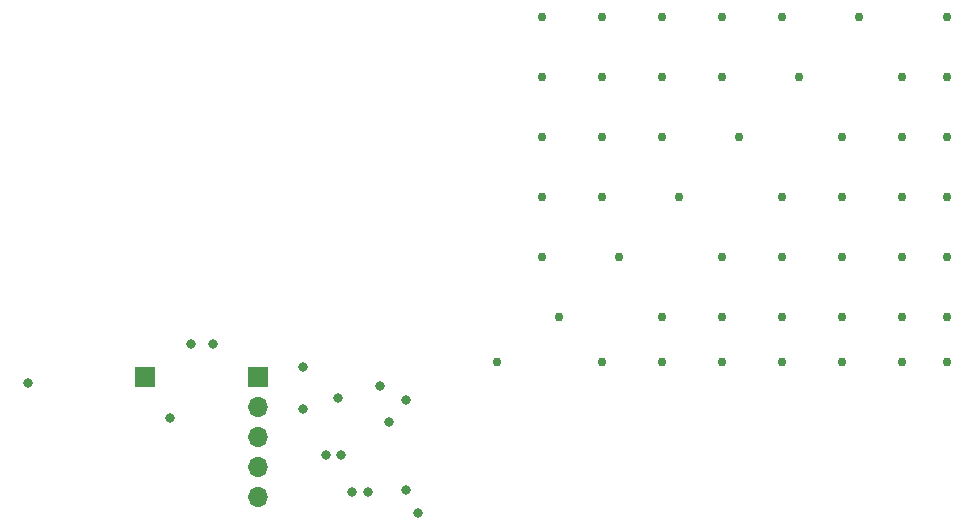
<source format=gbr>
G04 #@! TF.GenerationSoftware,KiCad,Pcbnew,(5.1.5-0-10_14)*
G04 #@! TF.CreationDate,2020-05-09T22:30:37-06:00*
G04 #@! TF.ProjectId,business_card_v1,62757369-6e65-4737-935f-636172645f76,rev?*
G04 #@! TF.SameCoordinates,Original*
G04 #@! TF.FileFunction,Copper,L4,Inr*
G04 #@! TF.FilePolarity,Positive*
%FSLAX46Y46*%
G04 Gerber Fmt 4.6, Leading zero omitted, Abs format (unit mm)*
G04 Created by KiCad (PCBNEW (5.1.5-0-10_14)) date 2020-05-09 22:30:37*
%MOMM*%
%LPD*%
G04 APERTURE LIST*
%ADD10R,1.700000X1.700000*%
%ADD11O,1.700000X1.700000*%
%ADD12C,0.800000*%
%ADD13C,0.756400*%
G04 APERTURE END LIST*
D10*
X122504200Y-116522500D03*
D11*
X132080000Y-126682500D03*
X132080000Y-124142500D03*
X132080000Y-121602500D03*
X132080000Y-119062500D03*
D10*
X132080000Y-116522500D03*
D12*
X142405000Y-117246500D03*
X126365000Y-113728500D03*
X128270000Y-113728500D03*
X135890000Y-115633500D03*
X139065000Y-123126500D03*
X124587000Y-120015000D03*
X112585500Y-117030500D03*
D13*
X152261100Y-115263600D03*
X190361100Y-115263600D03*
X161151100Y-115263600D03*
X166231100Y-115263600D03*
X171311100Y-115263600D03*
X176391100Y-115263600D03*
X181471100Y-115263600D03*
X186551100Y-115263600D03*
X190361100Y-111453600D03*
X157561100Y-111453600D03*
X166231100Y-111453600D03*
X171311100Y-111453600D03*
X176391100Y-111453600D03*
X181471100Y-111453600D03*
X186551100Y-111453600D03*
X156071100Y-106373600D03*
X190361100Y-106373600D03*
X171311100Y-106373600D03*
X176391100Y-106373600D03*
X181471100Y-106373600D03*
X186551100Y-106373600D03*
X162641100Y-106373600D03*
X156071100Y-101293600D03*
X190361100Y-101293600D03*
X186551100Y-101293600D03*
X181471100Y-101293600D03*
X176391100Y-101293600D03*
X161151100Y-101293600D03*
X167721100Y-101293600D03*
X156071100Y-96213600D03*
X190361100Y-96213600D03*
X186551100Y-96213600D03*
X181471100Y-96213600D03*
X166231100Y-96213600D03*
X172801100Y-96213600D03*
X161151100Y-96213600D03*
X156071100Y-91133600D03*
X190361100Y-91133600D03*
X186551100Y-91133600D03*
X161151100Y-91133600D03*
X166231100Y-91133600D03*
X171311100Y-91133600D03*
X177881100Y-91133600D03*
X156071100Y-86053600D03*
X190361100Y-86053600D03*
X161151100Y-86053600D03*
X166231100Y-86053600D03*
X171311100Y-86053600D03*
X176391100Y-86053600D03*
X182961100Y-86053600D03*
D12*
X137795000Y-123126500D03*
X138849000Y-118262500D03*
X140017500Y-126238000D03*
X144589500Y-126123700D03*
X145605500Y-128003300D03*
X143141700Y-120332500D03*
X144589500Y-118503700D03*
X135890000Y-119253000D03*
X141351000Y-126238000D03*
M02*

</source>
